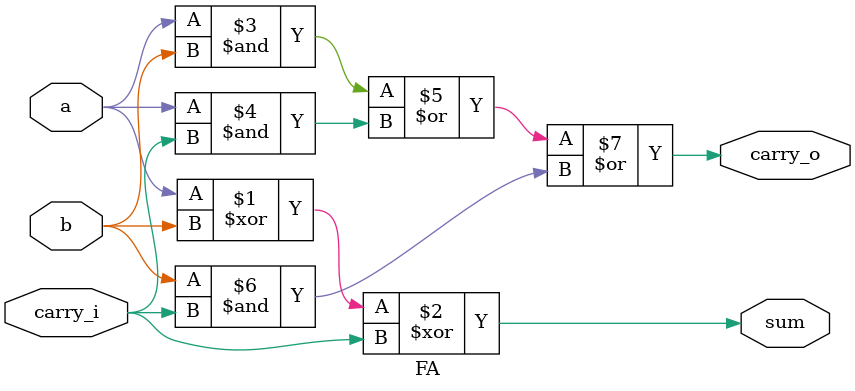
<source format=v>
module FA(
	input a,
	input b, 
	input carry_i,
	output sum,
	output carry_o);


	assign sum = a ^ b ^ carry_i;
	assign carry_o = (a & b) | (a & carry_i) | (b & carry_i);


endmodule
</source>
